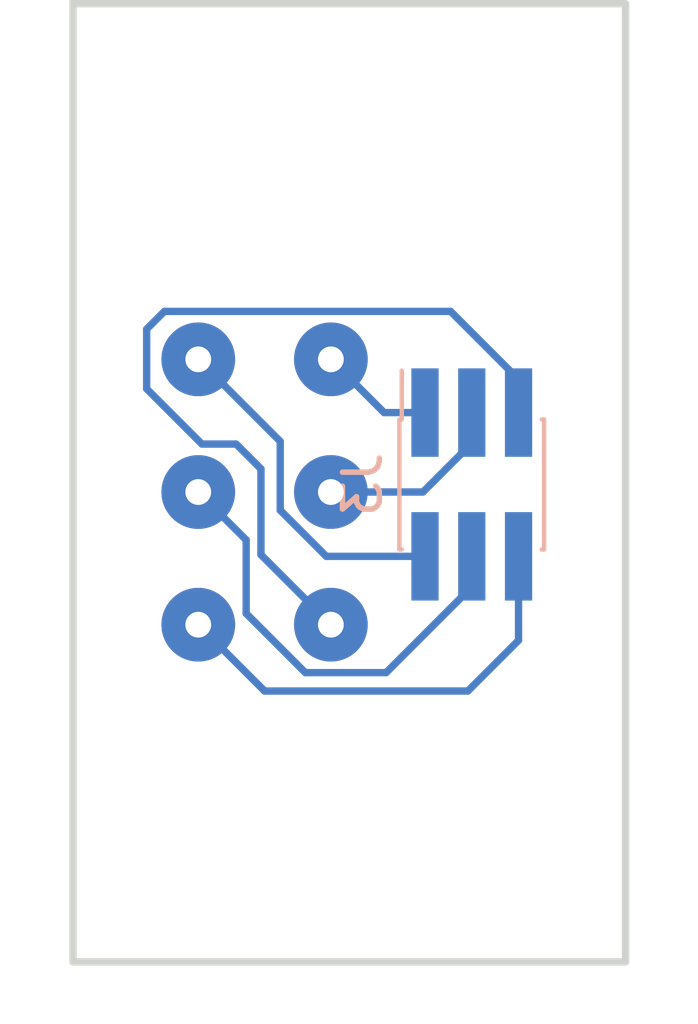
<source format=kicad_pcb>
(kicad_pcb (version 20241229) (generator "pcbnew") (generator_version "9.0")
  (layers (0 "F.Cu" signal) (2 "B.Cu" signal) (13 "F.Paste" user) (15 "B.Paste" user) (5 "F.SilkS" user "F.Silkscreen") (7 "B.SilkS" user "B.Silkscreen") (1 "F.Mask" user) (3 "B.Mask" user) (25 "Edge.Cuts" user))
  (net 0 "")
  (net 1 "/EN")
  (net 2 "/P_TX")
  (net 3 "/P_RX")
  (net 4 "/3V3")
  (net 5 "/IO0")
  (net 6 "/GND")
  (footprint "Library:Bitaxe Prog" (layer "F.Cu") (at 141.9 83.7)
    (property "Reference" "J4" (hide yes))
    (property "Value" "Conn_02x03_Odd_Even" (hide yes))
    (pad "1" thru_hole circle (at 3.6 0) (size 2 2) (drill 0.7) (layers "*.Cu" "F.Mask") (net 1 "/EN"))
    (pad "2" thru_hole circle (at 0 0) (size 2 2) (drill 0.7) (layers "*.Cu" "F.Mask") (net 4 "/3V3"))
    (pad "3" thru_hole circle (at 3.6 3.6 90) (size 2 2) (drill 0.7) (layers "*.Cu" "F.Mask") (net 2 "/P_TX"))
    (pad "4" thru_hole circle (at 0 3.6) (size 2 2) (drill 0.7) (layers "*.Cu" "F.Mask") (net 6 "/GND"))
    (pad "5" thru_hole circle (at 3.6 7.2) (size 2 2) (drill 0.7) (layers "*.Cu" "F.Mask") (net 3 "/P_RX"))
    (pad "6" thru_hole circle (at 0 7.2) (size 2 2) (drill 0.7) (layers "*.Cu" "F.Mask") (net 5 "/IO0"))
  )
  (footprint "MountingHole:MountingHole_3.2mm_M3" (layer "F.Cu") (at 146 96.7)
    (property "Reference" "REF**" (hide yes))
    (property "Value" "MountingHole_3.2mm_M3")
    (pad "" np_thru_hole circle (at 0 0) (size 3.2 3.2) (drill 3.2) (layers "*.Cu" "*.Mask"))
  )
  (footprint "MountingHole:MountingHole_3.2mm_M3" (layer "F.Cu") (at 146 77.5)
    (property "Reference" "REF**" (hide yes))
    (property "Value" "MountingHole_3.2mm_M3")
    (pad "" np_thru_hole circle (at 0 0) (size 3.2 3.2) (drill 3.2) (layers "*.Cu" "*.Mask"))
  )
  (footprint "Connector_PinHeader_1.27mm:PinHeader_2x03_P1.27mm_Vertical_SMD" (layer "B.Cu") (at 149.325 87.095 -90)
    (property "Reference" "J3" (at 0 2.965 90) (layer "B.SilkS") (effects (justify mirror)))
    (property "Value" "Conn_02x03_Odd_Even")
    (fp_line (start -1.765 1.965) (end 1.765 1.965) (stroke (width 0.12)) (layer "B.SilkS"))
    (fp_line (start -1.765 1.965) (end -1.765 1.9) (stroke (width 0.12)) (layer "B.SilkS"))
    (fp_line (start 1.765 1.965) (end 1.765 1.9) (stroke (width 0.12)) (layer "B.SilkS"))
    (fp_line (start -3.09 1.9) (end -1.765 1.9) (stroke (width 0.12)) (layer "B.SilkS"))
    (fp_line (start -1.765 -1.9) (end -1.765 -1.965) (stroke (width 0.12)) (layer "B.SilkS"))
    (fp_line (start 1.765 -1.9) (end 1.765 -1.965) (stroke (width 0.12)) (layer "B.SilkS"))
    (fp_line (start -1.765 -1.965) (end 1.765 -1.965) (stroke (width 0.12)) (layer "B.SilkS"))
    (pad "1" smd rect (at -1.95 1.27 270) (size 2.4 0.74) (layers "B.Cu" "B.Mask" "B.Paste") (net 1 "/EN"))
    (pad "2" smd rect (at 1.95 1.27 270) (size 2.4 0.74) (layers "B.Cu" "B.Mask" "B.Paste") (net 4 "/3V3"))
    (pad "3" smd rect (at -1.95 0 270) (size 2.4 0.74) (layers "B.Cu" "B.Mask" "B.Paste") (net 2 "/P_TX"))
    (pad "4" smd rect (at 1.95 0 270) (size 2.4 0.74) (layers "B.Cu" "B.Mask" "B.Paste") (net 6 "/GND"))
    (pad "5" smd rect (at -1.95 -1.27 270) (size 2.4 0.74) (layers "B.Cu" "B.Mask" "B.Paste") (net 3 "/P_RX"))
    (pad "6" smd rect (at 1.95 -1.27 270) (size 2.4 0.74) (layers "B.Cu" "B.Mask" "B.Paste") (net 5 "/IO0"))
  )
  (gr_rect (start 138.5 74.05) (end 153.5 100.05) (stroke (width 0.2)) (fill no) (layer "Edge.Cuts"))
  (segment (start 146.945 85.145) (end 145.5 83.7) (width 0.2) (layer "B.Cu") (net 1))
  (segment (start 148.055 85.145) (end 146.945 85.145) (width 0.2) (layer "B.Cu") (net 1))
  (segment (start 148 87.3) (end 145.5 87.3) (width 0.2) (layer "B.Cu") (net 2))
  (segment (start 149.325 85.975) (end 148 87.3) (width 0.2) (layer "B.Cu") (net 2))
  (segment (start 149.325 85.145) (end 149.325 85.975) (width 0.2) (layer "B.Cu") (net 2))
  (segment (start 140.981054 82.399) (end 140.5 82.880054) (width 0.2) (layer "B.Cu") (net 3))
  (segment (start 143.602 89.002) (end 145.5 90.9) (width 0.2) (layer "B.Cu") (net 3))
  (segment (start 140.5 84.5) (end 141.999 85.999) (width 0.2) (layer "B.Cu") (net 3))
  (segment (start 140.5 82.880054) (end 140.5 84.5) (width 0.2) (layer "B.Cu") (net 3))
  (segment (start 141.999 85.999) (end 142.929 85.999) (width 0.2) (layer "B.Cu") (net 3))
  (segment (start 150.595 84.243) (end 148.751 82.399) (width 0.2) (layer "B.Cu") (net 3))
  (segment (start 142.929 85.999) (end 143.602 86.672) (width 0.2) (layer "B.Cu") (net 3))
  (segment (start 143.602 86.672) (end 143.602 89.002) (width 0.2) (layer "B.Cu") (net 3))
  (segment (start 148.751 82.399) (end 140.981054 82.399) (width 0.2) (layer "B.Cu") (net 3))
  (segment (start 150.595 85.145) (end 150.595 84.243) (width 0.2) (layer "B.Cu") (net 3))
  (segment (start 144.125 85.925) (end 141.9 83.7) (width 0.2) (layer "B.Cu") (net 4))
  (segment (start 144.125 87.795) (end 144.125 85.925) (width 0.2) (layer "B.Cu") (net 4))
  (segment (start 148.055 89.045) (end 145.375 89.045) (width 0.2) (layer "B.Cu") (net 4))
  (segment (start 145.375 89.045) (end 144.125 87.795) (width 0.2) (layer "B.Cu") (net 4))
  (segment (start 150.595 91.325) (end 149.22 92.7) (width 0.2) (layer "B.Cu") (net 5))
  (segment (start 143.7 92.7) (end 141.9 90.9) (width 0.2) (layer "B.Cu") (net 5))
  (segment (start 149.22 92.7) (end 143.7 92.7) (width 0.2) (layer "B.Cu") (net 5))
  (segment (start 150.595 89.045) (end 150.595 91.325) (width 0.2) (layer "B.Cu") (net 5))
  (segment (start 146.999 92.201) (end 144.807 92.201) (width 0.2) (layer "B.Cu") (net 6))
  (segment (start 149.325 89.875) (end 146.999 92.201) (width 0.2) (layer "B.Cu") (net 6))
  (segment (start 144.807 92.201) (end 143.201 90.595) (width 0.2) (layer "B.Cu") (net 6))
  (segment (start 143.201 90.595) (end 143.201 88.601) (width 0.2) (layer "B.Cu") (net 6))
  (segment (start 143.201 88.601) (end 141.9 87.3) (width 0.2) (layer "B.Cu") (net 6))
  (segment (start 149.325 89.045) (end 149.325 89.875) (width 0.2) (layer "B.Cu") (net 6))
)
</source>
